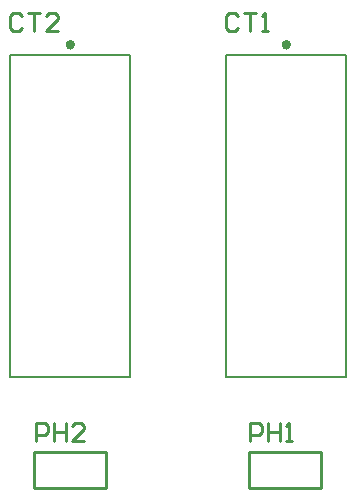
<source format=gto>
G04*
G04 #@! TF.GenerationSoftware,Altium Limited,Altium Designer,21.5.1 (32)*
G04*
G04 Layer_Color=65535*
%FSLAX25Y25*%
%MOIN*%
G70*
G04*
G04 #@! TF.SameCoordinates,7B92BF34-365D-4222-AD46-ED6CFA3767D4*
G04*
G04*
G04 #@! TF.FilePolarity,Positive*
G04*
G01*
G75*
%ADD10C,0.01575*%
%ADD11C,0.01000*%
%ADD12C,0.00500*%
D10*
X641287Y273087D02*
G03*
X641287Y273087I-787J0D01*
G01*
X569287D02*
G03*
X569287Y273087I-787J0D01*
G01*
D11*
X652000Y125500D02*
Y137500D01*
X628000D02*
X652000D01*
X628000Y125500D02*
Y137500D01*
Y125500D02*
X652000D01*
X580500D02*
Y137500D01*
X556500D02*
X580500D01*
X556500Y125500D02*
Y137500D01*
Y125500D02*
X580500D01*
X557000Y141000D02*
Y146998D01*
X559999D01*
X560999Y145998D01*
Y143999D01*
X559999Y142999D01*
X557000D01*
X562998Y146998D02*
Y141000D01*
Y143999D01*
X566997D01*
Y146998D01*
Y141000D01*
X572995D02*
X568996D01*
X572995Y144999D01*
Y145998D01*
X571995Y146998D01*
X569996D01*
X568996Y145998D01*
X628500Y141000D02*
Y146998D01*
X631499D01*
X632499Y145998D01*
Y143999D01*
X631499Y142999D01*
X628500D01*
X634498Y146998D02*
Y141000D01*
Y143999D01*
X638497D01*
Y146998D01*
Y141000D01*
X640496D02*
X642495D01*
X641496D01*
Y146998D01*
X640496Y145998D01*
X552399Y282698D02*
X551399Y283698D01*
X549400D01*
X548400Y282698D01*
Y278700D01*
X549400Y277700D01*
X551399D01*
X552399Y278700D01*
X554398Y283698D02*
X558397D01*
X556397D01*
Y277700D01*
X564395D02*
X560396D01*
X564395Y281699D01*
Y282698D01*
X563395Y283698D01*
X561396D01*
X560396Y282698D01*
X624399D02*
X623399Y283698D01*
X621400D01*
X620400Y282698D01*
Y278700D01*
X621400Y277700D01*
X623399D01*
X624399Y278700D01*
X626398Y283698D02*
X630397D01*
X628397D01*
Y277700D01*
X632396D02*
X634396D01*
X633396D01*
Y283698D01*
X632396Y282698D01*
D12*
X620500Y269750D02*
X660500D01*
Y162250D02*
Y269750D01*
X620500Y162250D02*
X660500D01*
X620500D02*
Y269750D01*
X548500D02*
X588500D01*
Y162250D02*
Y269750D01*
X548500Y162250D02*
X588500D01*
X548500D02*
Y269750D01*
M02*

</source>
